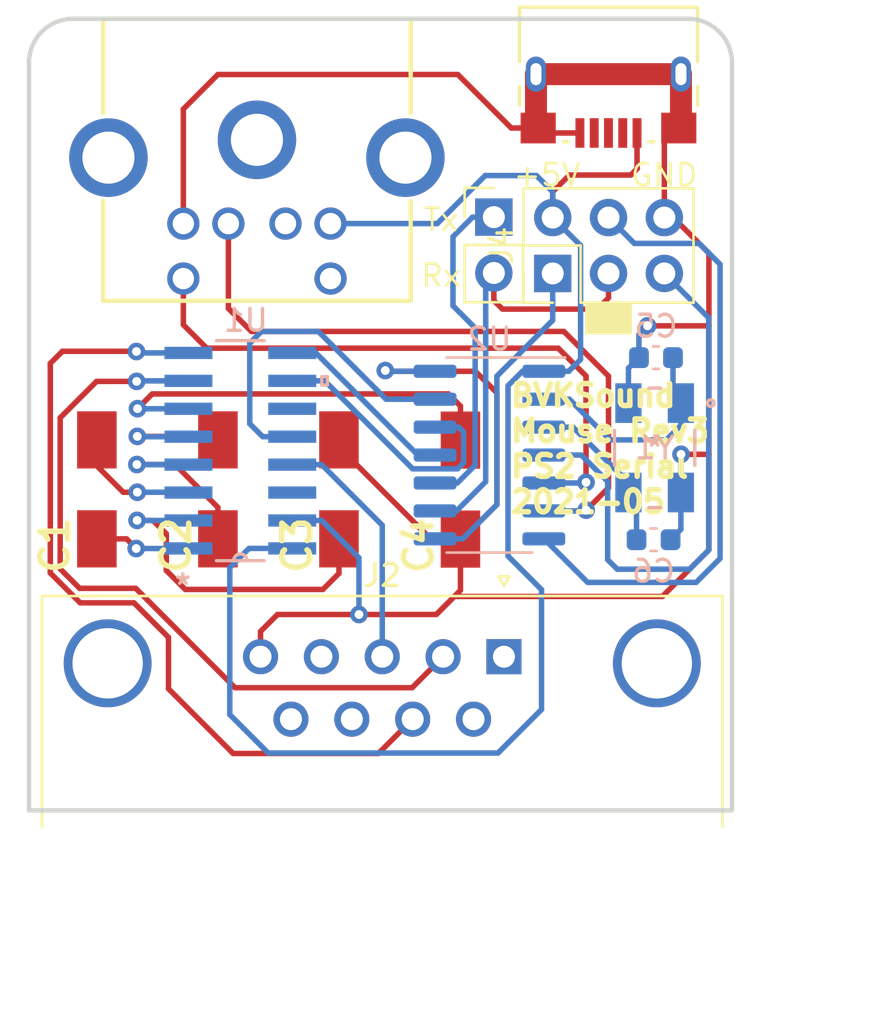
<source format=kicad_pcb>
(kicad_pcb (version 20211014) (generator pcbnew)
  (layers (0 "F.Cu" signal) (31 "B.Cu" signal) (34 "B.Paste" user) (35 "F.Paste" user) (36 "B.SilkS" user "B.Silkscreen") (37 "F.SilkS" user "F.Silkscreen") (38 "B.Mask" user) (39 "F.Mask" user) (44 "Edge.Cuts" user))
  (net 0 "")
  (net 1 "Net-(J1-Pad2)")
  (net 2 "Net-(J1-Pad1)")
  (net 3 "Net-(J1-Pad5)")
  (net 4 "Net-(J1-Pad6)")
  (net 5 "Net-(J2-Pad9)")
  (net 6 "Net-(J2-Pad8)")
  (net 7 "Net-(J2-Pad7)")
  (net 8 "Net-(J2-Pad6)")
  (net 9 "Net-(J2-Pad4)")
  (net 10 "Net-(J2-Pad3)")
  (net 11 "Net-(J2-Pad2)")
  (net 12 "Net-(J2-Pad1)")
  (net 13 "Net-(U1-Pad11)")
  (net 14 "Net-(U1-Pad14)")
  (net 15 "Net-(J3-Pad2)")
  (net 16 "Net-(J3-Pad3)")
  (net 17 "Net-(J3-Pad4)")
  (net 18 "Net-(C1-Pad1)")
  (net 19 "Net-(C1-Pad2)")
  (net 20 "Net-(C2-Pad1)")
  (net 21 "Net-(C2-Pad2)")
  (net 22 "Net-(C3-Pad1)")
  (net 23 "Net-(C4-Pad2)")
  (net 24 "Net-(J4-Pad5)")
  (net 25 "Net-(J4-Pad4)")
  (net 26 "Net-(J4-Pad3)")
  (net 27 "Net-(J4-Pad1)")
  (net 28 "GND")
  (net 29 "VCC")
  (net 30 "Net-(U1-Pad9)")
  (net 31 "Net-(U1-Pad10)")
  (net 32 "Net-(U1-Pad12)")
  (net 33 "Net-(J5-Pad1)")
  (net 34 "Net-(C5-Pad1)")
  (net 35 "Net-(C6-Pad1)")
  (footprint "Connector_Dsub:DSUB-9_Female_Horizontal_P2.77x2.84mm_EdgePinOffset4.94mm_Housed_MountingHolesOffset7.48mm" (layer "F.Cu") (at 136.72 123.25)
    (fp_text reference "J2" (at -5.54 -3.7) (layer "F.SilkS"))
    (fp_text value "DB9_Female")
    (fp_line (start 0 -3.221325) (end -0.25 -3.654338) (layer "F.SilkS") (width 0.12))
    (fp_line (start -0.25 -3.654338) (end 0.25 -3.654338) (layer "F.SilkS") (width 0.12))
    (fp_line (start -21.025 -2.76) (end 9.945 -2.76) (layer "F.SilkS") (width 0.12))
    (fp_line (start -21.025 7.72) (end -21.025 -2.76) (layer "F.SilkS") (width 0.12))
    (fp_line (start 0.25 -3.654338) (end 0 -3.221325) (layer "F.SilkS") (width 0.12))
    (fp_line (start 9.945 -2.76) (end 9.945 7.72) (layer "F.SilkS") (width 0.12))
    (pad "0" thru_hole circle locked (at 6.96 0.3) (size 4 4) (drill 3.2) (layers *.Cu *.Mask))
    (pad "0" thru_hole circle locked (at -18.04 0.3) (size 4 4) (drill 3.2) (layers *.Cu *.Mask))
    (pad "1" thru_hole rect locked (at 0 0) (size 1.6 1.6) (drill 1) (layers *.Cu *.Mask) (net 12 "Net-(J2-Pad1)"))
    (pad "2" thru_hole circle locked (at -2.77 0) (size 1.6 1.6) (drill 1) (layers *.Cu *.Mask) (net 11 "Net-(J2-Pad2)"))
    (pad "3" thru_hole circle locked (at -5.54 0) (size 1.6 1.6) (drill 1) (layers *.Cu *.Mask) (net 10 "Net-(J2-Pad3)"))
    (pad "4" thru_hole circle locked (at -8.31 0) (size 1.6 1.6) (drill 1) (layers *.Cu *.Mask) (net 9 "Net-(J2-Pad4)"))
    (pad "5" thru_hole circle locked (at -11.08 0) (size 1.6 1.6) (drill 1) (layers *.Cu *.Mask) (net 28 "GND"))
    (pad "6" thru_hole circle locked (at -1.385 2.84) (size 1.6 1.6) (drill 1) (layers *.Cu *.Mask) (net 8 "Net-(J2-Pad6)"))
    (pad "7" thru_hole circle locked (at -4.155 2.84) (size 1.6 1.6) (drill 1) (layers *.Cu *.Mask) (net 7 "Net-(J2-Pad7)"))
    (pad "8" thru_hole circle locked (at -6.925 2.84) (size 1.6 1.6) (drill 1) (layers *.Cu *.Mask) (net 6 "Net-(J2-Pad8)"))
    (pad "9" thru_hole circle locked (at -9.695 2.84) (size 1.6 1.6) (drill 1) (layers *.Cu *.Mask) (net 5 "Net-(J2-Pad9)"))
  )
  (footprint "BVKSound:10118193-0001LF" (layer "F.Cu") (at 141.478 96.774 180)
    (fp_text reference "J3" hide)
    (fp_text value "USB Micro_10118193-0001LF" hide)
    (fp_line (start -4.0513 0.57102) (end -4.0513 3.0607) (layer "F.SilkS") (width 0.1524))
    (fp_line (start 2.067161 -3.060699) (end 1.83594 -3.060699) (layer "F.SilkS") (width 0.1524))
    (fp_line (start -1.83594 -3.060699) (end -2.067161 -3.060699) (layer "F.SilkS") (width 0.1524))
    (fp_line (start 4.0513 3.0607) (end 4.0513 0.57102) (layer "F.SilkS") (width 0.1524))
    (fp_line (start 4.0513 -0.538417) (end 4.0513 -1.406421) (layer "F.SilkS") (width 0.1524))
    (fp_line (start -4.0513 3.0607) (end 4.0513 3.0607) (layer "F.SilkS") (width 0.1524))
    (fp_line (start -4.0513 -1.406421) (end -4.0513 -0.538417) (layer "F.SilkS") (width 0.1524))
    (pad "1" smd rect locked (at -1.3 -2.658699 180) (size 0.4064 1.3462) (layers "F.Cu" "F.Paste" "F.Mask") (net 29 "VCC"))
    (pad "2" smd rect locked (at -0.649999 -2.658699 180) (size 0.4064 1.3462) (layers "F.Cu" "F.Paste" "F.Mask") (net 15 "Net-(J3-Pad2)"))
    (pad "3" smd rect locked (at 0 -2.658699 180) (size 0.4064 1.3462) (layers "F.Cu" "F.Paste" "F.Mask") (net 16 "Net-(J3-Pad3)"))
    (pad "4" smd rect locked (at 0.649999 -2.658699 180) (size 0.4064 1.3462) (layers "F.Cu" "F.Paste" "F.Mask") (net 17 "Net-(J3-Pad4)"))
    (pad "5" thru_hole oval locked (at -3.299998 0.016302 270) (size 1.6002 0.9144) (drill oval 1 0.5) (layers *.Cu *.Mask) (net 28 "GND"))
    (pad "5" thru_hole oval locked (at 3.299998 0.016302 270) (size 1.6002 0.9144) (drill oval 1 0.5) (layers *.Cu *.Mask) (net 28 "GND"))
    (pad "5" smd rect locked (at 3.200001 -2.433699 180) (size 1.6002 1.397) (layers "F.Cu" "F.Paste" "F.Mask") (net 28 "GND"))
    (pad "5" smd rect locked (at -3.200001 -2.433699 180) (size 1.6002 1.397) (layers "F.Cu" "F.Paste" "F.Mask") (net 28 "GND"))
    (pad "5" smd rect locked (at 1.3 -2.658699 180) (size 0.4064 1.3462) (layers "F.Cu" "F.Paste" "F.Mask") (net 28 "GND"))
  )
  (footprint "BVKSound:CAPAE430X550N" (layer "F.Cu") (at 118.19 115.64 90)
    (fp_text reference "C1" (at -2.54 -1.905 90) (layer "F.SilkS") (effects (font (size 1.27 1.27) (thickness 0.254))))
    (fp_text value "EEE-FC1V1R0R" hide)
    (pad "1" smd rect locked (at -2.25 0 180) (size 1.8 2.6) (layers "F.Cu" "F.Paste" "F.Mask") (net 18 "Net-(C1-Pad1)"))
    (pad "2" smd rect locked (at 2.25 0 180) (size 1.8 2.6) (layers "F.Cu" "F.Paste" "F.Mask") (net 19 "Net-(C1-Pad2)"))
  )
  (footprint "BVKSound:CAPAE430X550N" (layer "F.Cu") (at 123.7 115.64 90)
    (fp_text reference "C2" (at -2.54 -1.905 90) (layer "F.SilkS") (effects (font (size 1.27 1.27) (thickness 0.254))))
    (fp_text value "EEE-FC1V1R0R" hide)
    (pad "1" smd rect locked (at -2.25 0 180) (size 1.8 2.6) (layers "F.Cu" "F.Paste" "F.Mask") (net 20 "Net-(C2-Pad1)"))
    (pad "2" smd rect locked (at 2.25 0 180) (size 1.8 2.6) (layers "F.Cu" "F.Paste" "F.Mask") (net 21 "Net-(C2-Pad2)"))
  )
  (footprint "BVKSound:CAPAE430X550N" (layer "F.Cu") (at 129.21 115.64 90)
    (fp_text reference "C3" (at -2.54 -1.905 90) (layer "F.SilkS") (effects (font (size 1.27 1.27) (thickness 0.254))))
    (fp_text value "EEE-FC1V1R0R" hide)
    (pad "1" smd rect locked (at -2.25 0 180) (size 1.8 2.6) (layers "F.Cu" "F.Paste" "F.Mask") (net 22 "Net-(C3-Pad1)"))
    (pad "2" smd rect locked (at 2.25 0 180) (size 1.8 2.6) (layers "F.Cu" "F.Paste" "F.Mask") (net 28 "GND"))
  )
  (footprint "BVKSound:CAPAE430X550N" (layer "F.Cu") (at 134.74 115.65 90)
    (fp_text reference "C4" (at -2.54 -1.905 90) (layer "F.SilkS") (effects (font (size 1.27 1.27) (thickness 0.254))))
    (fp_text value "EEE-FC1V1R0R" hide)
    (pad "1" smd rect locked (at -2.25 0 180) (size 1.8 2.6) (layers "F.Cu" "F.Paste" "F.Mask") (net 28 "GND"))
    (pad "2" smd rect locked (at 2.25 0 180) (size 1.8 2.6) (layers "F.Cu" "F.Paste" "F.Mask") (net 23 "Net-(C4-Pad2)"))
  )
  (footprint "Connector_PinHeader_2.54mm:PinHeader_2x03_P2.54mm_Vertical" (layer "F.Cu") (at 138.94 105.82 90)
    (fp_text reference "J4" (at 1.27 -2.33 90) (layer "F.SilkS"))
    (fp_text value "AVR-ISP-6")
    (fp_line (start -1.33 1.27) (end -1.33 6.41) (layer "F.SilkS") (width 0.12))
    (fp_line (start -1.33 1.27) (end 1.27 1.27) (layer "F.SilkS") (width 0.12))
    (fp_line (start -1.33 6.41) (end 3.87 6.41) (layer "F.SilkS") (width 0.12))
    (fp_line (start -1.33 -1.33) (end 0 -1.33) (layer "F.SilkS") (width 0.12))
    (fp_line (start 1.27 1.27) (end 1.27 -1.33) (layer "F.SilkS") (width 0.12))
    (fp_line (start 3.87 -1.33) (end 3.87 6.41) (layer "F.SilkS") (width 0.12))
    (fp_line (start -1.33 0) (end -1.33 -1.33) (layer "F.SilkS") (width 0.12))
    (fp_line (start 1.27 -1.33) (end 3.87 -1.33) (layer "F.SilkS") (width 0.12))
    (fp_poly (pts (xy -1.3335 3.556) (xy -2.7305 3.556) (xy -2.7305 1.524) (xy -1.3335 1.524)) (layer "F.SilkS") (width 0.1) (fill solid))
    (pad "1" thru_hole rect locked (at 0 0 90) (size 1.7 1.7) (drill 1) (layers *.Cu *.Mask) (net 27 "Net-(J4-Pad1)"))
    (pad "2" thru_hole oval locked (at 2.54 0 90) (size 1.7 1.7) (drill 1) (layers *.Cu *.Mask) (net 29 "VCC"))
    (pad "3" thru_hole oval locked (at 0 2.54 90) (size 1.7 1.7) (drill 1) (layers *.Cu *.Mask) (net 26 "Net-(J4-Pad3)"))
    (pad "4" thru_hole oval locked (at 2.54 2.54 90) (size 1.7 1.7) (drill 1) (layers *.Cu *.Mask) (net 25 "Net-(J4-Pad4)"))
    (pad "5" thru_hole oval locked (at 0 5.08 90) (size 1.7 1.7) (drill 1) (layers *.Cu *.Mask) (net 24 "Net-(J4-Pad5)"))
    (pad "6" thru_hole oval locked (at 2.54 5.08 90) (size 1.7 1.7) (drill 1) (layers *.Cu *.Mask) (net 28 "GND"))
  )
  (footprint "Connector_PinHeader_2.54mm:PinHeader_1x02_P2.54mm_Vertical" (layer "F.Cu") (at 136.26 103.26)
    (fp_text reference "J5" hide)
    (fp_text value "Conn_01x02_Male")
    (fp_line (start -1.33 1.27) (end -1.33 3.87) (layer "F.SilkS") (width 0.12))
    (fp_line (start -1.33 3.87) (end 1.33 3.87) (layer "F.SilkS") (width 0.12))
    (fp_line (start -1.33 -1.33) (end 0 -1.33) (layer "F.SilkS") (width 0.12))
    (fp_line (start -1.33 0) (end -1.33 -1.33) (layer "F.SilkS") (width 0.12))
    (fp_line (start -1.33 1.27) (end 1.33 1.27) (layer "F.SilkS") (width 0.12))
    (fp_line (start 1.33 1.27) (end 1.33 3.87) (layer "F.SilkS") (width 0.12))
    (pad "1" thru_hole rect locked (at 0 0) (size 1.7 1.7) (drill 1) (layers *.Cu *.Mask) (net 33 "Net-(J5-Pad1)"))
    (pad "2" thru_hole oval locked (at 0 2.54) (size 1.7 1.7) (drill 1) (layers *.Cu *.Mask) (net 26 "Net-(J4-Pad3)"))
  )
  (footprint "BVKSound:5749180-1" (layer "B.Cu") (at 125.476 94.234 180)
    (fp_text reference "J1" hide)
    (fp_text value "PS2_5749180-1" hide)
    (fp_line (start 7 -12.83) (end -7 -12.83) (layer "F.SilkS") (width 0.2))
    (fp_line (start 7 -12.83) (end 7 -8.3) (layer "F.SilkS") (width 0.2))
    (fp_line (start -7 -12.83) (end -7 -8.3) (layer "F.SilkS") (width 0.2))
    (fp_line (start 7 0) (end 7 -4.3) (layer "F.SilkS") (width 0.2))
    (fp_line (start -7 0) (end 7 0) (layer "F.SilkS") (width 0.2))
    (fp_line (start -7 0) (end -7 -4.3) (layer "F.SilkS") (width 0.2))
    (pad "1" thru_hole circle locked (at 1.3 -9.32 180) (size 1.47 1.47) (drill 0.97) (layers *.Cu *.Mask) (net 2 "Net-(J1-Pad1)"))
    (pad "2" thru_hole circle locked (at -1.3 -9.32 180) (size 1.47 1.47) (drill 0.97) (layers *.Cu *.Mask) (net 1 "Net-(J1-Pad2)"))
    (pad "3" thru_hole circle locked (at 3.35 -9.32 180) (size 1.47 1.47) (drill 0.97) (layers *.Cu *.Mask) (net 28 "GND"))
    (pad "4" thru_hole circle locked (at -3.35 -9.32 180) (size 1.47 1.47) (drill 0.97) (layers *.Cu *.Mask) (net 29 "VCC"))
    (pad "5" thru_hole circle locked (at 3.35 -11.82 180) (size 1.47 1.47) (drill 0.97) (layers *.Cu *.Mask) (net 3 "Net-(J1-Pad5)"))
    (pad "6" thru_hole circle locked (at -3.35 -11.82 180) (size 1.47 1.47) (drill 0.97) (layers *.Cu *.Mask) (net 4 "Net-(J1-Pad6)"))
    (pad "7" thru_hole circle locked (at -6.76 -6.32 180) (size 3.57 3.57) (drill 2.37) (layers *.Cu *.Mask))
    (pad "8" thru_hole circle locked (at 0 -5.51 180) (size 3.57 3.57) (drill 2.37) (layers *.Cu *.Mask))
    (pad "9" thru_hole circle locked (at 6.76 -6.32 180) (size 3.57 3.57) (drill 2.37) (layers *.Cu *.Mask))
  )
  (footprint "Capacitor_SMD:C_0603_1608Metric" (layer "B.Cu") (at 143.64 109.65 180)
    (fp_text reference "C5" (at 0 1.43) (layer "B.SilkS") (effects (justify mirror)))
    (fp_text value "22nF")
    (fp_line (start -0.14058 -0.51) (end 0.14058 -0.51) (layer "B.SilkS") (width 0.12))
    (fp_line (start -0.14058 0.51) (end 0.14058 0.51) (layer "B.SilkS") (width 0.12))
    (pad "1" smd roundrect locked (at -0.775 0 180) (size 0.9 0.95) (layers "B.Cu" "B.Paste" "B.Mask") (net 34 "Net-(C5-Pad1)"))
    (pad "2" smd roundrect locked (at 0.775 0 180) (size 0.9 0.95) (layers "B.Cu" "B.Paste" "B.Mask") (net 28 "GND"))
  )
  (footprint "Capacitor_SMD:C_0603_1608Metric" (layer "B.Cu") (at 143.53 117.93)
    (fp_text reference "C6" (at 0 1.43) (layer "B.SilkS") (effects (justify mirror)))
    (fp_text value "22nF")
    (fp_line (start -0.14058 0.51) (end 0.14058 0.51) (layer "B.SilkS") (width 0.12))
    (fp_line (start -0.14058 -0.51) (end 0.14058 -0.51) (layer "B.SilkS") (width 0.12))
    (pad "1" smd roundrect locked (at -0.775 0) (size 0.9 0.95) (layers "B.Cu" "B.Paste" "B.Mask") (net 35 "Net-(C6-Pad1)"))
    (pad "2" smd roundrect locked (at 0.775 0) (size 0.9 0.95) (layers "B.Cu" "B.Paste" "B.Mask") (net 28 "GND"))
  )
  (footprint "BVKSound:MAX232DR" (layer "B.Cu") (at 124.72 113.88)
    (fp_text reference "U1" (at 0.248 -5.93) (layer "B.SilkS") (effects (justify mirror)))
    (fp_text value "MAX232DR" hide)
    (fp_text user "*" (at -2.6162 6.1468) (layer "B.SilkS") (effects (justify mirror)))
    (fp_text user "*" (at -2.6162 6.1468) (layer "B.SilkS") (effects (justify mirror)))
    (fp_line (start 3.9624 -3.3655) (end 3.7084 -3.3655) (layer "B.SilkS") (width 0.1524))
    (fp_line (start 1.089303 5.0038) (end -1.089303 5.0038) (layer "B.SilkS") (width 0.1524))
    (fp_line (start -1.089303 -5.0038) (end 1.089303 -5.0038) (layer "B.SilkS") (width 0.1524))
    (fp_line (start 3.7084 -2.9845) (end 3.9624 -2.9845) (layer "B.SilkS") (width 0.1524))
    (fp_line (start 3.7084 -3.3655) (end 3.7084 -2.9845) (layer "B.SilkS") (width 0.1524))
    (fp_line (start 3.9624 -2.9845) (end 3.9624 -3.3655) (layer "B.SilkS") (width 0.1524))
    (fp_arc (start -0.3048 5.0038) (mid 0 4.699) (end 0.3048 5.0038) (layer "B.SilkS") (width 0.1524))
    (pad "1" smd rect locked (at -2.3622 4.445) (size 2.1844 0.5588) (layers "B.Cu" "B.Paste" "B.Mask") (net 18 "Net-(C1-Pad1)"))
    (pad "2" smd rect locked (at -2.3622 3.175) (size 2.1844 0.5588) (layers "B.Cu" "B.Paste" "B.Mask") (net 22 "Net-(C3-Pad1)"))
    (pad "3" smd rect locked (at -2.3622 1.905) (size 2.1844 0.5588) (layers "B.Cu" "B.Paste" "B.Mask") (net 19 "Net-(C1-Pad2)"))
    (pad "4" smd rect locked (at -2.3622 0.635) (size 2.1844 0.5588) (layers "B.Cu" "B.Paste" "B.Mask") (net 20 "Net-(C2-Pad1)"))
    (pad "5" smd rect locked (at -2.3622 -0.635) (size 2.1844 0.5588) (layers "B.Cu" "B.Paste" "B.Mask") (net 21 "Net-(C2-Pad2)"))
    (pad "6" smd rect locked (at -2.3622 -1.905) (size 2.1844 0.5588) (layers "B.Cu" "B.Paste" "B.Mask") (net 23 "Net-(C4-Pad2)"))
    (pad "7" smd rect locked (at -2.3622 -3.175) (size 2.1844 0.5588) (layers "B.Cu" "B.Paste" "B.Mask") (net 11 "Net-(J2-Pad2)"))
    (pad "8" smd rect locked (at -2.3622 -4.445) (size 2.1844 0.5588) (layers "B.Cu" "B.Paste" "B.Mask") (net 7 "Net-(J2-Pad7)"))
    (pad "9" smd rect locked (at 2.3622 -4.445) (size 2.1844 0.5588) (layers "B.Cu" "B.Paste" "B.Mask") (net 30 "Net-(U1-Pad9)"))
    (pad "10" smd rect locked (at 2.3622 -3.175) (size 2.1844 0.5588) (layers "B.Cu" "B.Paste" "B.Mask") (net 31 "Net-(U1-Pad10)"))
    (pad "11" smd rect locked (at 2.3622 -1.905) (size 2.1844 0.5588) (layers "B.Cu" "B.Paste" "B.Mask") (net 13 "Net-(U1-Pad11)"))
    (pad "12" smd rect locked (at 2.3622 -0.635) (size 2.1844 0.5588) (layers "B.Cu" "B.Paste" "B.Mask") (net 32 "Net-(U1-Pad12)"))
    (pad "13" smd rect locked (at 2.3622 0.635) (size 2.1844 0.5588) (layers "B.Cu" "B.Paste" "B.Mask") (net 10 "Net-(J2-Pad3)"))
    (pad "14" smd rect locked (at 2.3622 1.905) (size 2.1844 0.5588) (layers "B.Cu" "B.Paste" "B.Mask") (net 14 "Net-(U1-Pad14)"))
    (pad "15" smd rect locked (at 2.3622 3.175) (size 2.1844 0.5588) (layers "B.Cu" "B.Paste" "B.Mask") (net 28 "GND"))
    (pad "16" smd rect locked (at 2.3622 4.445) (size 2.1844 0.5588) (layers "B.Cu" "B.Paste" "B.Mask") (net 29 "VCC"))
  )
  (footprint "Package_SO:SOIC-14_3.9x8.7mm_P1.27mm" (layer "B.Cu") (at 136.06 114.08 180)
    (fp_text reference "U2" (at 0 5.28) (layer "B.SilkS") (effects (justify mirror)))
    (fp_text value "ATtiny84-20SSU")
    (fp_line (start 0 -4.435) (end 1.95 -4.435) (layer "B.SilkS") (width 0.12))
    (fp_line (start 0 -4.435) (end -1.95 -4.435) (layer "B.SilkS") (width 0.12))
    (fp_line (start 0 4.435) (end 1.95 4.435) (layer "B.SilkS") (width 0.12))
    (fp_line (start 0 4.435) (end -3.45 4.435) (layer "B.SilkS") (width 0.12))
    (pad "1" smd roundrect locked (at -2.475 3.81 180) (size 1.95 0.6) (layers "B.Cu" "B.Paste" "B.Mask") (net 29 "VCC"))
    (pad "2" smd roundrect locked (at -2.475 2.54 180) (size 1.95 0.6) (layers "B.Cu" "B.Paste" "B.Mask") (net 34 "Net-(C5-Pad1)"))
    (pad "3" smd roundrect locked (at -2.475 1.27 180) (size 1.95 0.6) (layers "B.Cu" "B.Paste" "B.Mask") (net 35 "Net-(C6-Pad1)"))
    (pad "4" smd roundrect locked (at -2.475 0 180) (size 1.95 0.6) (layers "B.Cu" "B.Paste" "B.Mask") (net 24 "Net-(J4-Pad5)"))
    (pad "5" smd roundrect locked (at -2.475 -1.27 180) (size 1.95 0.6) (layers "B.Cu" "B.Paste" "B.Mask") (net 3 "Net-(J1-Pad5)"))
    (pad "6" smd roundrect locked (at -2.475 -2.54 180) (size 1.95 0.6) (layers "B.Cu" "B.Paste" "B.Mask") (net 2 "Net-(J1-Pad1)"))
    (pad "7" smd roundrect locked (at -2.475 -3.81 180) (size 1.95 0.6) (layers "B.Cu" "B.Paste" "B.Mask") (net 25 "Net-(J4-Pad4)"))
    (pad "8" smd roundrect locked (at 2.475 -3.81 180) (size 1.95 0.6) (layers "B.Cu" "B.Paste" "B.Mask") (net 27 "Net-(J4-Pad1)"))
    (pad "9" smd roundrect locked (at 2.475 -2.54 180) (size 1.95 0.6) (layers "B.Cu" "B.Paste" "B.Mask") (net 26 "Net-(J4-Pad3)"))
    (pad "10" smd roundrect locked (at 2.475 -1.27 180) (size 1.95 0.6) (layers "B.Cu" "B.Paste" "B.Mask") (net 33 "Net-(J5-Pad1)"))
    (pad "11" smd roundrect locked (at 2.475 0 180) (size 1.95 0.6) (layers "B.Cu" "B.Paste" "B.Mask") (net 30 "Net-(U1-Pad9)"))
    (pad "12" smd roundrect locked (at 2.475 1.27 180) (size 1.95 0.6) (layers "B.Cu" "B.Paste" "B.Mask") (net 31 "Net-(U1-Pad10)"))
    (pad "13" smd roundrect locked (at 2.475 2.54 180) (size 1.95 0.6) (layers "B.Cu" "B.Paste" "B.Mask") (net 32 "Net-(U1-Pad12)"))
    (pad "14" smd roundrect locked (at 2.475 3.81 180) (size 1.95 0.6) (layers "B.Cu" "B.Paste" "B.Mask") (net 28 "GND"))
  )
  (footprint "BVKSound:ABM3B-20.000MHZ" (layer "B.Cu") (at 143.58 113.75 180)
    (fp_text reference "Y1" (at 0 0) (layer "B.SilkS") (effects (justify mirror)))
    (fp_text value "ABM3B-20.000MHZ" hide)
    (fp_text user "*" (at 0 0) (layer "B.SilkS") (effects (justify mirror)))
    (fp_line (start 1.8288 -0.799748) (end 1.8288 0.799748) (layer "B.SilkS") (width 0.1524))
    (fp_line (start -0.26416 -2.7178) (end 0.26416 -2.7178) (layer "B.SilkS") (width 0.1524))
    (fp_line (start 0.26416 2.7178) (end -0.26416 2.7178) (layer "B.SilkS") (width 0.1524))
    (fp_line (start -1.8288 0.799748) (end -1.8288 -0.799748) (layer "B.SilkS") (width 0.1524))
    (fp_circle (center -2.5527 2.032) (end -2.4003 2.032) (layer "B.SilkS") (width 0.1524) (fill none))
    (pad "1" smd rect locked (at -1.1938 2.032 180) (size 1.1938 1.8034) (layers "B.Cu" "B.Paste" "B.Mask") (net 34 "Net-(C5-Pad1)"))
    (pad "2" smd rect locked (at -1.1938 -2.032 180) (size 1.1938 1.8034) (layers "B.Cu" "B.Paste" "B.Mask") (net 28 "GND"))
    (pad "3" smd rect locked (at 1.1938 -2.032 180) (size 1.1938 1.8034) (layers "B.Cu" "B.Paste" "B.Mask") (net 35 "Net-(C6-Pad1)"))
    (pad "4" smd rect locked (at 1.1938 2.032 180) (size 1.1938 1.8034) (layers "B.Cu" "B.Paste" "B.Mask") (net 28 "GND"))
  )
  (gr_arc (start 145.1 94.239999) (mid 146.514214 94.825786) (end 147.1 96.240001) (layer "Edge.Cuts") (width 0.2))
  (gr_line (start 147.1 130.24) (end 115.1 130.24) (layer "Edge.Cuts") (width 0.2))
  (gr_line (start 117.1 94.24) (end 145.099999 94.24) (layer "Edge.Cuts") (width 0.2))
  (gr_arc (start 115.1 96.24) (mid 115.685786 94.825786) (end 117.1 94.24) (layer "Edge.Cuts") (width 0.2))
  (gr_line (start 147.1 96.240001) (end 147.1 130.24) (layer "Edge.Cuts") (width 0.2))
  (gr_line (start 115.1 130.24) (end 115.1 96.24) (layer "Edge.Cuts") (width 0.2))
  (gr_text "Tx" (at 133.858 103.378) (layer "F.SilkS") (effects (font (size 1 1) (thickness 0.125))))
  (gr_text "Rx" (at 133.858 105.918) (layer "F.SilkS") (effects (font (size 1 1) (thickness 0.125))))
  (gr_text "BVKSound\nMouse Rev3\nPS2 Serial\n2021-05" (at 136.906 113.792) (layer "F.SilkS") (effects (font (size 1 1) (thickness 0.25)) (justify left)))
  (gr_text "+5V" (at 138.684 101.346) (layer "F.SilkS") (effects (font (size 1 1) (thickness 0.125))))
  (gr_text "GND" (at 144.018 101.346) (layer "F.SilkS") (effects (font (size 1 1) (thickness 0.125))))
  (segment (start 124.176 107.412) (end 125.222 108.458) (width 0.25) (layer "F.Cu") (net 2))
  (segment (start 141.478 115.570002) (end 140.462002 116.586) (width 0.25) (layer "F.Cu") (net 2))
  (segment (start 125.222 108.458) (end 139.446 108.458) (width 0.25) (layer "F.Cu") (net 2))
  (segment (start 141.478 110.49) (end 141.478 115.570002) (width 0.25) (layer "F.Cu") (net 2))
  (segment (start 124.176 103.554) (end 124.176 107.412) (width 0.25) (layer "F.Cu") (net 2))
  (segment (start 139.446 108.458) (end 141.478 110.49) (width 0.25) (layer "F.Cu") (net 2))
  (via (at 140.462002 116.586) (size 0.8) (drill 0.4) (layers "F.Cu" "B.Cu") (net 2))
  (segment (start 138.535 116.62) (end 140.428002 116.62) (width 0.25) (layer "B.Cu") (net 2))
  (segment (start 140.428002 116.62) (end 140.462002 116.586) (width 0.25) (layer "B.Cu") (net 2))
  (segment (start 122.126 108.156) (end 123.19 109.22) (width 0.25) (layer "F.Cu") (net 3))
  (segment (start 122.126 106.054) (end 122.126 108.156) (width 0.25) (layer "F.Cu") (net 3))
  (segment (start 140.457347 110.485347) (end 140.457347 115.320653) (width 0.25) (layer "F.Cu") (net 3))
  (segment (start 123.19 109.22) (end 139.192 109.22) (width 0.25) (layer "F.Cu") (net 3))
  (segment (start 139.192 109.22) (end 140.457347 110.485347) (width 0.25) (layer "F.Cu") (net 3))
  (via (at 140.457347 115.320653) (size 0.8) (drill 0.4) (layers "F.Cu" "B.Cu") (net 3))
  (segment (start 138.535 115.35) (end 140.428 115.35) (width 0.25) (layer "B.Cu") (net 3))
  (segment (start 140.428 115.35) (end 140.457347 115.320653) (width 0.25) (layer "B.Cu") (net 3))
  (segment (start 119.97909 109.36) (end 119.99 109.37091) (width 0.25) (layer "F.Cu") (net 7))
  (segment (start 121.45 124.71) (end 121.45 122.37) (width 0.25) (layer "F.Cu") (net 7))
  (segment (start 124.39 127.65) (end 121.45 124.71) (width 0.25) (layer "F.Cu") (net 7))
  (segment (start 116.07 119.44) (end 116.07 109.91) (width 0.25) (layer "F.Cu") (net 7))
  (segment (start 121.45 122.37) (end 119.88 120.8) (width 0.25) (layer "F.Cu") (net 7))
  (segment (start 132.565 126.09) (end 131.005 127.65) (width 0.25) (layer "F.Cu") (net 7))
  (segment (start 119.88 120.8) (end 117.43 120.8) (width 0.25) (layer "F.Cu") (net 7))
  (segment (start 131.005 127.65) (end 124.39 127.65) (width 0.25) (layer "F.Cu") (net 7))
  (segment (start 116.62 109.36) (end 119.97909 109.36) (width 0.25) (layer "F.Cu") (net 7))
  (segment (start 117.43 120.8) (end 116.07 119.44) (width 0.25) (layer "F.Cu") (net 7))
  (segment (start 116.07 109.91) (end 116.62 109.36) (width 0.25) (layer "F.Cu") (net 7))
  (via (at 119.99 109.37091) (size 0.8) (drill 0.4) (layers "F.Cu" "B.Cu") (net 7))
  (segment (start 122.3578 109.435) (end 120.05409 109.435) (width 0.25) (layer "B.Cu") (net 7))
  (segment (start 120.05409 109.435) (end 119.99 109.37091) (width 0.25) (layer "B.Cu") (net 7))
  (segment (start 131.18 117.2706) (end 131.18 123.25) (width 0.25) (layer "B.Cu") (net 10))
  (segment (start 128.4244 114.515) (end 131.18 117.2706) (width 0.25) (layer "B.Cu") (net 10))
  (segment (start 127.0822 114.515) (end 128.4244 114.515) (width 0.25) (layer "B.Cu") (net 10))
  (segment (start 132.54 124.66) (end 124.48 124.66) (width 0.25) (layer "F.Cu") (net 11))
  (segment (start 116.520011 112.384304) (end 118.174315 110.73) (width 0.25) (layer "F.Cu") (net 11))
  (segment (start 118.174315 110.73) (end 119.999998 110.73) (width 0.25) (layer "F.Cu") (net 11))
  (segment (start 117.40641 120.14) (end 116.520011 119.253601) (width 0.25) (layer "F.Cu") (net 11))
  (segment (start 116.520011 119.253601) (end 116.520011 112.384304) (width 0.25) (layer "F.Cu") (net 11))
  (segment (start 133.95 123.25) (end 132.54 124.66) (width 0.25) (layer "F.Cu") (net 11))
  (segment (start 124.48 124.66) (end 119.96 120.14) (width 0.25) (layer "F.Cu") (net 11))
  (segment (start 119.96 120.14) (end 117.40641 120.14) (width 0.25) (layer "F.Cu") (net 11))
  (via (at 119.999998 110.73) (size 0.8) (drill 0.4) (layers "F.Cu" "B.Cu") (net 11))
  (segment (start 120.024998 110.705) (end 119.999998 110.73) (width 0.25) (layer "B.Cu") (net 11))
  (segment (start 122.3578 110.705) (end 120.024998 110.705) (width 0.25) (layer "B.Cu") (net 11))
  (segment (start 119.54 117.89) (end 119.98 118.33) (width 0.25) (layer "F.Cu") (net 18))
  (segment (start 118.19 117.89) (end 119.54 117.89) (width 0.25) (layer "F.Cu") (net 18))
  (via (at 119.98 118.33) (size 0.8) (drill 0.4) (layers "F.Cu" "B.Cu") (net 18))
  (segment (start 119.98 118.33) (end 122.3528 118.33) (width 0.25) (layer "B.Cu") (net 18))
  (segment (start 122.3528 118.33) (end 122.3578 118.325) (width 0.25) (layer "B.Cu") (net 18))
  (segment (start 118.19 114.57) (end 119.39 115.77) (width 0.25) (layer "F.Cu") (net 19))
  (segment (start 119.39 115.77) (end 120.03 115.77) (width 0.25) (layer "F.Cu") (net 19))
  (segment (start 118.19 113.39) (end 118.19 114.57) (width 0.25) (layer "F.Cu") (net 19))
  (via (at 120.03 115.77) (size 0.8) (drill 0.4) (layers "F.Cu" "B.Cu") (net 19))
  (segment (start 122.3428 115.77) (end 122.3578 115.785) (width 0.25) (layer "B.Cu") (net 19))
  (segment (start 120.03 115.77) (end 122.3428 115.77) (width 0.25) (layer "B.Cu") (net 19))
  (segment (start 121.75 114.51) (end 123.7 116.46) (width 0.25) (layer "F.Cu") (net 20))
  (segment (start 123.7 116.46) (end 123.7 117.89) (width 0.25) (layer "F.Cu") (net 20))
  (segment (start 120.01 114.51) (end 121.75 114.51) (width 0.25) (layer "F.Cu") (net 20))
  (via (at 120.01 114.51) (size 0.8) (drill 0.4) (layers "F.Cu" "B.Cu") (net 20))
  (segment (start 120.015 114.515) (end 120.01 114.51) (width 0.25) (layer "B.Cu") (net 20))
  (segment (start 122.3578 114.515) (end 120.015 114.515) (width 0.25) (layer "B.Cu") (net 20))
  (segment (start 120.03 113.23) (end 123.54 113.23) (width 0.25) (layer "F.Cu") (net 21))
  (segment (start 123.54 113.23) (end 123.7 113.39) (width 0.25) (layer "F.Cu") (net 21))
  (via (at 120.03 113.23) (size 0.8) (drill 0.4) (layers "F.Cu" "B.Cu") (net 21))
  (segment (start 122.3578 113.245) (end 120.045 113.245) (width 0.25) (layer "B.Cu") (net 21))
  (segment (start 120.045 113.245) (end 120.03 113.23) (width 0.25) (layer "B.Cu") (net 21))
  (segment (start 128.48 120.19) (end 129.21 119.46) (width 0.25) (layer "F.Cu") (net 22))
  (segment (start 120.02 117.05) (end 120.74 117.05) (width 0.25) (layer "F.Cu") (net 22))
  (segment (start 122.21 120.19) (end 128.48 120.19) (width 0.25) (layer "F.Cu") (net 22))
  (segment (start 120.74 117.05) (end 121.35 117.66) (width 0.25) (layer "F.Cu") (net 22))
  (segment (start 121.35 119.33) (end 122.21 120.19) (width 0.25) (layer "F.Cu") (net 22))
  (segment (start 129.21 119.46) (end 129.21 117.89) (width 0.25) (layer "F.Cu") (net 22))
  (segment (start 121.35 117.66) (end 121.35 119.33) (width 0.25) (layer "F.Cu") (net 22))
  (via (at 120.02 117.05) (size 0.8) (drill 0.4) (layers "F.Cu" "B.Cu") (net 22))
  (segment (start 120.025 117.055) (end 120.02 117.05) (width 0.25) (layer "B.Cu") (net 22))
  (segment (start 122.3578 117.055) (end 120.025 117.055) (width 0.25) (layer "B.Cu") (net 22))
  (segment (start 134.19 111.3) (end 120.710001 111.3) (width 0.25) (layer "F.Cu") (net 23))
  (segment (start 134.74 111.85) (end 134.19 111.3) (width 0.25) (layer "F.Cu") (net 23))
  (segment (start 134.74 113.4) (end 134.74 111.85) (width 0.25) (layer "F.Cu") (net 23))
  (segment (start 120.710001 111.3) (end 120.040001 111.97) (width 0.25) (layer "F.Cu") (net 23))
  (via (at 120.040001 111.97) (size 0.8) (drill 0.4) (layers "F.Cu" "B.Cu") (net 23))
  (segment (start 120.045001 111.975) (end 120.040001 111.97) (width 0.25) (layer "B.Cu") (net 23))
  (segment (start 122.3578 111.975) (end 120.045001 111.975) (width 0.25) (layer "B.Cu") (net 23))
  (segment (start 141.876 119.27) (end 145.17 119.27) (width 0.25) (layer "B.Cu") (net 24))
  (segment (start 138.535 114.08) (end 140.242 114.08) (width 0.25) (layer "B.Cu") (net 24))
  (segment (start 141.441001 118.835001) (end 141.876 119.27) (width 0.25) (layer "B.Cu") (net 24))
  (segment (start 146.04 118.4) (end 146.04 107.84) (width 0.25) (layer "B.Cu") (net 24))
  (segment (start 145.17 119.27) (end 146.04 118.4) (width 0.25) (layer "B.Cu") (net 24))
  (segment (start 146.04 107.84) (end 144.02 105.82) (width 0.25) (layer "B.Cu") (net 24))
  (segment (start 141.441001 115.279001) (end 141.441001 118.835001) (width 0.25) (layer "B.Cu") (net 24))
  (segment (start 140.242 114.08) (end 141.441001 115.279001) (width 0.25) (layer "B.Cu") (net 24))
  (segment (start 138.55 117.89) (end 140.53 119.87) (width 0.25) (layer "B.Cu") (net 25))
  (segment (start 140.53 119.87) (end 145.47 119.87) (width 0.25) (layer "B.Cu") (net 25))
  (segment (start 145.47 119.87) (end 146.558 118.782) (width 0.25) (layer "B.Cu") (net 25))
  (segment (start 138.535 117.89) (end 138.55 117.89) (width 0.25) (layer "B.Cu") (net 25))
  (segment (start 146.558 105.408) (end 145.605001 104.455001) (width 0.25) (layer "B.Cu") (net 25))
  (segment (start 146.558 118.782) (end 146.558 105.408) (width 0.25) (layer "B.Cu") (net 25))
  (segment (start 142.655001 104.455001) (end 141.48 103.28) (width 0.25) (layer "B.Cu") (net 25))
  (segment (start 145.605001 104.455001) (end 142.655001 104.455001) (width 0.25) (layer "B.Cu") (net 25))
  (segment (start 136.26 105.8) (end 136.26 107.05) (width 0.25) (layer "F.Cu") (net 26))
  (segment (start 136.26 107.05) (end 136.652 107.442) (width 0.25) (layer "F.Cu") (net 26))
  (segment (start 136.652 107.442) (end 140.97 107.442) (width 0.25) (layer "F.Cu") (net 26))
  (segment (start 141.48 106.932) (end 141.48 105.82) (width 0.25) (layer "F.Cu") (net 26))
  (segment (start 140.97 107.442) (end 141.48 106.932) (width 0.25) (layer "F.Cu") (net 26))
  (segment (start 134.56 116.62) (end 135.89 115.29) (width 0.25) (layer "B.Cu") (net 26))
  (segment (start 135.89 106.17) (end 136.26 105.8) (width 0.25) (layer "B.Cu") (net 26))
  (segment (start 133.585 116.62) (end 134.56 116.62) (width 0.25) (layer "B.Cu") (net 26))
  (segment (start 135.89 115.29) (end 135.89 106.17) (width 0.25) (layer "B.Cu") (net 26))
  (segment (start 138.94 107.95) (end 138.94 105.82) (width 0.25) (layer "B.Cu") (net 27))
  (segment (start 136.398 116.332) (end 136.398 110.492) (width 0.25) (layer "B.Cu") (net 27))
  (segment (start 136.398 110.492) (end 138.94 107.95) (width 0.25) (layer "B.Cu") (net 27))
  (segment (start 134.84 117.89) (end 136.398 116.332) (width 0.25) (layer "B.Cu") (net 27))
  (segment (start 133.585 117.89) (end 134.84 117.89) (width 0.25) (layer "B.Cu") (net 27))
  (segment (start 131.352 110.27) (end 135.416 110.27) (width 0.25) (layer "F.Cu") (net 28))
  (segment (start 144.428 103.28) (end 144.02 103.28) (width 0.25) (layer "F.Cu") (net 28))
  (segment (start 134.74 120.23) (end 133.64 121.33) (width 0.25) (layer "F.Cu") (net 28))
  (segment (start 140.178 99.432699) (end 138.502999 99.432699) (width 0.25) (layer "F.Cu") (net 28))
  (segment (start 136.398 116.332) (end 134.83 117.9) (width 0.25) (layer "F.Cu") (net 28))
  (segment (start 138.178002 96.757698) (end 144.777998 96.757698) (width 1) (layer "F.Cu") (net 28))
  (segment (start 135.416 110.27) (end 136.398 111.252) (width 0.25) (layer "F.Cu") (net 28))
  (segment (start 144.777998 96.757698) (end 144.777998 99.107702) (width 1) (layer "F.Cu") (net 28))
  (segment (start 129.21 113.716) (end 133.394 117.9) (width 0.25) (layer "F.Cu") (net 28))
  (segment (start 134.46 120.51) (end 143.93 120.51) (width 0.25) (layer "F.Cu") (net 28))
  (segment (start 144.78 114.046) (end 146.05 114.046) (width 0.25) (layer "F.Cu") (net 28))
  (segment (start 126.41 121.33) (end 125.64 122.1) (width 0.25) (layer "F.Cu") (net 28))
  (segment (start 144.02 99.8657) (end 144.678001 99.207699) (width 0.25) (layer "F.Cu") (net 28))
  (segment (start 143.93 120.51) (end 146.05 118.39) (width 0.25) (layer "F.Cu") (net 28))
  (segment (start 133.64 121.33) (end 134.46 120.51) (width 0.25) (layer "F.Cu") (net 28))
  (segment (start 144.02 99.2437) (end 144.690001 98.573699) (width 0.25) (layer "F.Cu") (net 28))
  (segment (start 138.277999 99.207699) (end 137.053699 99.207699) (width 0.25) (layer "F.Cu") (net 28))
  (segment (start 143.256 108.204) (end 146.05 108.204) (width 0.25) (layer "F.Cu") (net 28))
  (segment (start 146.05 114.046) (end 146.05 108.204) (width 0.25) (layer "F.Cu") (net 28))
  (segment (start 130.12 121.33) (end 126.41 121.33) (width 0.25) (layer "F.Cu") (net 28))
  (segment (start 125.64 122.1) (end 125.64 123.25) (width 0.25) (layer "F.Cu") (net 28))
  (segment (start 144.02 103.28) (end 144.02 99.8657) (width 0.25) (layer "F.Cu") (net 28))
  (segment (start 129.21 113.39) (end 129.21 113.716) (width 0.25) (layer "F.Cu") (net 28))
  (segment (start 146.05 104.902) (end 144.428 103.28) (width 0.25) (layer "F.Cu") (net 28))
  (segment (start 146.05 118.39) (end 146.05 114.046) (width 0.25) (layer "F.Cu") (net 28))
  (segment (start 131.318 110.236) (end 131.352 110.27) (width 0.25) (layer "F.Cu") (net 28))
  (segment (start 136.398 111.252) (end 136.398 116.332) (width 0.25) (layer "F.Cu") (net 28))
  (segment (start 123.698 96.774) (end 122.126 98.346) (width 0.25) (layer "F.Cu") (net 28))
  (segment (start 133.394 117.9) (end 134.74 117.9) (width 0.25) (layer "F.Cu") (net 28))
  (segment (start 138.178002 96.757698) (end 138.178002 99.107702) (width 1) (layer "F.Cu") (net 28))
  (segment (start 134.62 96.774) (end 123.698 96.774) (width 0.25) (layer "F.Cu") (net 28))
  (segment (start 133.64 121.33) (end 130.12 121.33) (width 0.25) (layer "F.Cu") (net 28))
  (segment (start 138.502999 99.432699) (end 138.277999 99.207699) (width 0.25) (layer "F.Cu") (net 28))
  (segment (start 146.05 108.204) (end 146.05 104.902) (width 0.25) (layer "F.Cu") (net 28))
  (segment (start 144.777998 99.107702) (end 144.678001 99.207699) (width 1) (layer "F.Cu") (net 28))
  (segment (start 134.83 117.9) (end 134.74 117.9) (width 0.25) (layer "F.Cu") (net 28))
  (segment (start 138.178002 99.107702) (end 138.277999 99.207699) (width 1) (layer "F.Cu") (net 28))
  (segment (start 134.74 117.9) (end 134.74 120.23) (width 0.25) (layer "F.Cu") (net 28))
  (segment (start 122.126 98.346) (end 122.126 103.554) (width 0.25) (layer "F.Cu") (net 28))
  (segment (start 137.053699 99.207699) (end 134.62 96.774) (width 0.25) (layer "F.Cu") (net 28))
  (via (at 130.12 121.33) (size 0.8) (drill 0.4) (layers "F.Cu" "B.Cu") (net 28))
  (via (at 143.256 108.204) (size 0.8) (drill 0.4) (layers "F.Cu" "B.Cu") (net 28))
  (via (at 144.78 114.046) (size 0.8) (drill 0.4) (layers "F.Cu" "B.Cu") (net 28))
  (via (at 131.318 110.236) (size 0.8) (drill 0.4) (layers "F.Cu" "B.Cu") (net 28))
  (segment (start 144.7738 115.782) (end 144.7738 117.4612) (width 0.25) (layer "B.Cu") (net 28))
  (segment (start 128.4244 117.055) (end 130.12 118.7506) (width 0.25) (layer "B.Cu") (net 28))
  (segment (start 142.865 108.595) (end 143.256 108.204) (width 0.25) (layer "B.Cu") (net 28))
  (segment (start 131.352 110.27) (end 131.318 110.236) (width 0.25) (layer "B.Cu") (net 28))
  (segment (start 142.3862 111.718) (end 142.3862 110.1288) (width 0.25) (layer "B.Cu") (net 28))
  (segment (start 142.865 109.65) (end 142.865 108.595) (width 0.25) (layer "B.Cu") (net 28))
  (segment (start 130.12 118.7506) (end 130.12 121.33) (width 0.25) (layer "B.Cu") (net 28))
  (segment (start 144.7738 115.782) (end 144.7738 114.0522) (width 0.25) (layer "B.Cu") (net 28))
  (segment (start 144.7738 117.4612) (end 144.305 117.93) (width 0.25) (layer "B.Cu") (net 28))
  (segment (start 127.0822 117.055) (end 128.4244 117.055) (width 0.25) (layer "B.Cu") (net 28))
  (segment (start 133.585 110.27) (end 131.352 110.27) (width 0.25) (layer "B.Cu") (net 28))
  (segment (start 144.7738 114.0522) (end 144.78 114.046) (width 0.25) (layer "B.Cu") (net 28))
  (segment (start 142.3862 110.1288) (end 142.865 109.65) (width 0.25) (layer "B.Cu") (net 28))
  (segment (start 142.494 101.346) (end 142.79 101.05) (width 0.25) (layer "F.Cu") (net 29))
  (segment (start 138.94 103.28) (end 138.94 102.106) (width 0.25) (layer "F.Cu") (net 29))
  (segment (start 142.778 101.038) (end 142.79 101.05) (width 0.25) (layer "F.Cu") (net 29))
  (segment (start 139.7 101.346) (end 142.494 101.346) (width 0.25) (layer "F.Cu") (net 29))
  (segment (start 142.778 99.432699) (end 142.778 101.038) (width 0.25) (layer "F.Cu") (net 29))
  (segment (start 138.94 102.106) (end 139.7 101.346) (width 0.25) (layer "F.Cu") (net 29))
  (segment (start 124.24 119.199) (end 124.24 125.88) (width 0.25) (layer "B.Cu") (net 29))
  (segment (start 138.43 125.65) (end 138.43 120.2) (width 0.25) (layer "B.Cu") (net 29))
  (segment (start 136.906 118.676) (end 136.906 110.924) (width 0.25) (layer "B.Cu") (net 29))
  (segment (start 136.906 110.924) (end 137.56 110.27) (width 0.25) (layer "B.Cu") (net 29))
  (segment (start 128.826 103.554) (end 133.680998 103.554) (width 0.25) (layer "B.Cu") (net 29))
  (segment (start 140.208 109.728) (end 140.208 104.548) (width 0.25) (layer "B.Cu") (net 29))
  (segment (start 138.94 102.11) (end 138.94 103.28) (width 0.25) (layer "B.Cu") (net 29))
  (segment (start 138.535 110.27) (end 139.666 110.27) (width 0.25) (layer "B.Cu") (net 29))
  (segment (start 138.2 101.37) (end 138.94 102.11) (width 0.25) (layer "B.Cu") (net 29))
  (segment (start 124.24 125.88) (end 125.99 127.63) (width 0.25) (layer "B.Cu") (net 29))
  (segment (start 125.114 118.325) (end 124.24 119.199) (width 0.25) (layer "B.Cu") (net 29))
  (segment (start 125.99 127.63) (end 136.45 127.63) (width 0.25) (layer "B.Cu") (net 29))
  (segment (start 133.680998 103.554) (end 135.864998 101.37) (width 0.25) (layer "B.Cu") (net 29))
  (segment (start 137.56 110.27) (end 138.535 110.27) (width 0.25) (layer "B.Cu") (net 29))
  (segment (start 135.864998 101.37) (end 138.2 101.37) (width 0.25) (layer "B.Cu") (net 29))
  (segment (start 140.208 104.548) (end 138.94 103.28) (width 0.25) (layer "B.Cu") (net 29))
  (segment (start 139.666 110.27) (end 140.208 109.728) (width 0.25) (layer "B.Cu") (net 29))
  (segment (start 136.45 127.63) (end 138.43 125.65) (width 0.25) (layer "B.Cu") (net 29))
  (segment (start 127.0822 118.325) (end 125.114 118.325) (width 0.25) (layer "B.Cu") (net 29))
  (segment (start 138.43 120.2) (end 136.906 118.676) (width 0.25) (layer "B.Cu") (net 29))
  (segment (start 132.8 114.08) (end 133.585 114.08) (width 0.25) (layer "B.Cu") (net 30))
  (segment (start 127.0822 109.435) (end 128.155 109.435) (width 0.25) (layer "B.Cu") (net 30))
  (segment (start 128.155 109.435) (end 132.8 114.08) (width 0.25) (layer "B.Cu") (net 30))
  (segment (start 134.88501 114.426758) (end 134.88501 113.04101) (width 0.25) (layer "B.Cu") (net 31))
  (segment (start 134.654 112.81) (end 133.585 112.81) (width 0.25) (layer "B.Cu") (net 31))
  (segment (start 134.606758 114.70501) (end 134.88501 114.426758) (width 0.25) (layer "B.Cu") (net 31))
  (segment (start 128.563232 110.705) (end 132.563242 114.70501) (width 0.25) (layer "B.Cu") (net 31))
  (segment (start 132.563242 114.70501) (end 134.606758 114.70501) (width 0.25) (layer "B.Cu") (net 31))
  (segment (start 127.0822 110.705) (end 128.563232 110.705) (width 0.25) (layer "B.Cu") (net 31))
  (segment (start 134.88501 113.04101) (end 134.654 112.81) (width 0.25) (layer "B.Cu") (net 31))
  (segment (start 125.68 108.46) (end 128.272 108.46) (width 0.25) (layer "B.Cu") (net 32))
  (segment (start 127.0822 113.245) (end 125.74 113.245) (width 0.25) (layer "B.Cu") (net 32))
  (segment (start 125.74 113.245) (end 125.15 112.655) (width 0.25) (layer "B.Cu") (net 32))
  (segment (start 125.15 108.99) (end 125.68 108.46) (width 0.25) (layer "B.Cu") (net 32))
  (segment (start 125.15 112.655) (end 125.15 108.99) (width 0.25) (layer "B.Cu") (net 32))
  (segment (start 128.272 108.46) (end 131.352 111.54) (width 0.25) (layer "B.Cu") (net 32))
  (segment (start 131.352 111.54) (end 133.585 111.54) (width 0.25) (layer "B.Cu") (net 32))
  (segment (start 133.585 115.35) (end 134.598178 115.35) (width 0.25) (layer "B.Cu") (net 33))
  (segment (start 134.598178 115.35) (end 135.40997 114.538208) (width 0.25) (layer "B.Cu") (net 33))
  (segment (start 135.40997 114.538208) (end 135.40997 108.29997) (width 0.25) (layer "B.Cu") (net 33))
  (segment (start 134.4 104.15) (end 135.29 103.26) (width 0.25) (layer "B.Cu") (net 33))
  (segment (start 135.29 103.26) (end 136.26 103.26) (width 0.25) (layer "B.Cu") (net 33))
  (segment (start 134.4 107.29) (end 134.4 104.15) (width 0.25) (layer "B.Cu") (net 33))
  (segment (start 135.40997 108.29997) (end 134.4 107.29) (width 0.25) (layer "B.Cu") (net 33))
  (segment (start 144.415 109.65) (end 144.415 111.3592) (width 0.25) (layer "B.Cu") (net 34))
  (segment (start 138.535 111.54) (end 139.7 111.54) (width 0.25) (layer "B.Cu") (net 34))
  (segment (start 139.601008 111.54) (end 138.535 111.54) (width 0.25) (layer "B.Cu") (net 34))
  (segment (start 139.7 111.54) (end 141.55 113.39) (width 0.25) (layer "B.Cu") (net 34))
  (segment (start 144.7738 112.7262) (end 144.7738 111.718) (width 0.25) (layer "B.Cu") (net 34))
  (segment (start 144.11 113.39) (end 144.7738 112.7262) (width 0.25) (layer "B.Cu") (net 34))
  (segment (start 141.55 113.39) (end 144.11 113.39) (width 0.25) (layer "B.Cu") (net 34))
  (segment (start 144.415 111.3592) (end 144.7738 111.718) (width 0.25) (layer "B.Cu") (net 34))
  (segment (start 138.535 112.81) (end 139.86 112.81) (width 0.25) (layer "B.Cu") (net 35))
  (segment (start 139.86 112.81) (end 142.3862 115.3362) (width 0.25) (layer "B.Cu") (net 35))
  (segment (start 142.3862 115.3362) (end 142.3862 115.782) (width 0.25) (layer "B.Cu") (net 35))
  (segment (start 139.4159 112.81) (end 138.535 112.81) (width 0.25) (layer "B.Cu") (net 35))
  (segment (start 142.755 117.93) (end 142.755 116.1508) (width 0.25) (layer "B.Cu") (net 35))
  (segment (start 142.755 116.1508) (end 142.3862 115.782) (width 0.25) (layer "B.Cu") (net 35))
)
</source>
